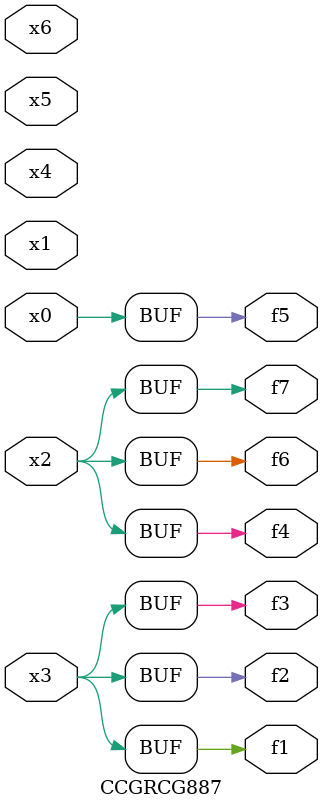
<source format=v>
module CCGRCG887(
	input x0, x1, x2, x3, x4, x5, x6,
	output f1, f2, f3, f4, f5, f6, f7
);
	assign f1 = x3;
	assign f2 = x3;
	assign f3 = x3;
	assign f4 = x2;
	assign f5 = x0;
	assign f6 = x2;
	assign f7 = x2;
endmodule

</source>
